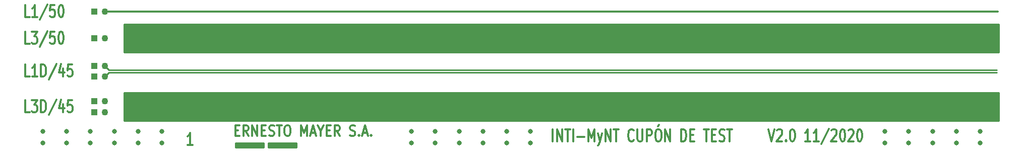
<source format=gbr>
G04 #@! TF.GenerationSoftware,KiCad,Pcbnew,(5.1.7)-1*
G04 #@! TF.CreationDate,2020-11-24T11:46:51-03:00*
G04 #@! TF.ProjectId,cupon,6375706f-6e2e-46b6-9963-61645f706362,Revision: 2.0*
G04 #@! TF.SameCoordinates,Original*
G04 #@! TF.FileFunction,Copper,L1,Top*
G04 #@! TF.FilePolarity,Positive*
%FSLAX46Y46*%
G04 Gerber Fmt 4.6, Leading zero omitted, Abs format (unit mm)*
G04 Created by KiCad (PCBNEW (5.1.7)-1) date 2020-11-24 11:46:51*
%MOMM*%
%LPD*%
G01*
G04 APERTURE LIST*
G04 #@! TA.AperFunction,NonConductor*
%ADD10C,0.300000*%
G04 #@! TD*
G04 #@! TA.AperFunction,NonConductor*
%ADD11C,0.304800*%
G04 #@! TD*
G04 #@! TA.AperFunction,ComponentPad*
%ADD12C,1.100000*%
G04 #@! TD*
G04 #@! TA.AperFunction,ComponentPad*
%ADD13R,1.100000X1.100000*%
G04 #@! TD*
G04 #@! TA.AperFunction,ViaPad*
%ADD14C,0.800000*%
G04 #@! TD*
G04 #@! TA.AperFunction,Conductor*
%ADD15C,0.300000*%
G04 #@! TD*
G04 #@! TA.AperFunction,Conductor*
%ADD16C,0.250000*%
G04 #@! TD*
G04 #@! TA.AperFunction,NonConductor*
%ADD17C,0.254000*%
G04 #@! TD*
G04 #@! TA.AperFunction,NonConductor*
%ADD18C,0.150000*%
G04 #@! TD*
G04 APERTURE END LIST*
D10*
X36607142Y4028571D02*
X37107142Y4028571D01*
X37321428Y3085714D02*
X36607142Y3085714D01*
X36607142Y4885714D01*
X37321428Y4885714D01*
X38821428Y3085714D02*
X38321428Y3942857D01*
X37964285Y3085714D02*
X37964285Y4885714D01*
X38535714Y4885714D01*
X38678571Y4800000D01*
X38750000Y4714285D01*
X38821428Y4542857D01*
X38821428Y4285714D01*
X38750000Y4114285D01*
X38678571Y4028571D01*
X38535714Y3942857D01*
X37964285Y3942857D01*
X39464285Y3085714D02*
X39464285Y4885714D01*
X40321428Y3085714D01*
X40321428Y4885714D01*
X41035714Y4028571D02*
X41535714Y4028571D01*
X41750000Y3085714D02*
X41035714Y3085714D01*
X41035714Y4885714D01*
X41750000Y4885714D01*
X42321428Y3171428D02*
X42535714Y3085714D01*
X42892857Y3085714D01*
X43035714Y3171428D01*
X43107142Y3257142D01*
X43178571Y3428571D01*
X43178571Y3600000D01*
X43107142Y3771428D01*
X43035714Y3857142D01*
X42892857Y3942857D01*
X42607142Y4028571D01*
X42464285Y4114285D01*
X42392857Y4200000D01*
X42321428Y4371428D01*
X42321428Y4542857D01*
X42392857Y4714285D01*
X42464285Y4800000D01*
X42607142Y4885714D01*
X42964285Y4885714D01*
X43178571Y4800000D01*
X43607142Y4885714D02*
X44464285Y4885714D01*
X44035714Y3085714D02*
X44035714Y4885714D01*
X45250000Y4885714D02*
X45535714Y4885714D01*
X45678571Y4800000D01*
X45821428Y4628571D01*
X45892857Y4285714D01*
X45892857Y3685714D01*
X45821428Y3342857D01*
X45678571Y3171428D01*
X45535714Y3085714D01*
X45250000Y3085714D01*
X45107142Y3171428D01*
X44964285Y3342857D01*
X44892857Y3685714D01*
X44892857Y4285714D01*
X44964285Y4628571D01*
X45107142Y4800000D01*
X45250000Y4885714D01*
X47678571Y3085714D02*
X47678571Y4885714D01*
X48178571Y3600000D01*
X48678571Y4885714D01*
X48678571Y3085714D01*
X49321428Y3600000D02*
X50035714Y3600000D01*
X49178571Y3085714D02*
X49678571Y4885714D01*
X50178571Y3085714D01*
X50964285Y3942857D02*
X50964285Y3085714D01*
X50464285Y4885714D02*
X50964285Y3942857D01*
X51464285Y4885714D01*
X51964285Y4028571D02*
X52464285Y4028571D01*
X52678571Y3085714D02*
X51964285Y3085714D01*
X51964285Y4885714D01*
X52678571Y4885714D01*
X54178571Y3085714D02*
X53678571Y3942857D01*
X53321428Y3085714D02*
X53321428Y4885714D01*
X53892857Y4885714D01*
X54035714Y4800000D01*
X54107142Y4714285D01*
X54178571Y4542857D01*
X54178571Y4285714D01*
X54107142Y4114285D01*
X54035714Y4028571D01*
X53892857Y3942857D01*
X53321428Y3942857D01*
X55892857Y3171428D02*
X56107142Y3085714D01*
X56464285Y3085714D01*
X56607142Y3171428D01*
X56678571Y3257142D01*
X56750000Y3428571D01*
X56750000Y3600000D01*
X56678571Y3771428D01*
X56607142Y3857142D01*
X56464285Y3942857D01*
X56178571Y4028571D01*
X56035714Y4114285D01*
X55964285Y4200000D01*
X55892857Y4371428D01*
X55892857Y4542857D01*
X55964285Y4714285D01*
X56035714Y4800000D01*
X56178571Y4885714D01*
X56535714Y4885714D01*
X56750000Y4800000D01*
X57392857Y3257142D02*
X57464285Y3171428D01*
X57392857Y3085714D01*
X57321428Y3171428D01*
X57392857Y3257142D01*
X57392857Y3085714D01*
X58035714Y3600000D02*
X58750000Y3600000D01*
X57892857Y3085714D02*
X58392857Y4885714D01*
X58892857Y3085714D01*
X59392857Y3257142D02*
X59464285Y3171428D01*
X59392857Y3085714D01*
X59321428Y3171428D01*
X59392857Y3257142D01*
X59392857Y3085714D01*
X126171428Y4195238D02*
X126671428Y2195238D01*
X127171428Y4195238D01*
X127600000Y4004761D02*
X127671428Y4100000D01*
X127814285Y4195238D01*
X128171428Y4195238D01*
X128314285Y4100000D01*
X128385714Y4004761D01*
X128457142Y3814285D01*
X128457142Y3623809D01*
X128385714Y3338095D01*
X127528571Y2195238D01*
X128457142Y2195238D01*
X129100000Y2385714D02*
X129171428Y2290476D01*
X129100000Y2195238D01*
X129028571Y2290476D01*
X129100000Y2385714D01*
X129100000Y2195238D01*
X130100000Y4195238D02*
X130242857Y4195238D01*
X130385714Y4100000D01*
X130457142Y4004761D01*
X130528571Y3814285D01*
X130600000Y3433333D01*
X130600000Y2957142D01*
X130528571Y2576190D01*
X130457142Y2385714D01*
X130385714Y2290476D01*
X130242857Y2195238D01*
X130100000Y2195238D01*
X129957142Y2290476D01*
X129885714Y2385714D01*
X129814285Y2576190D01*
X129742857Y2957142D01*
X129742857Y3433333D01*
X129814285Y3814285D01*
X129885714Y4004761D01*
X129957142Y4100000D01*
X130100000Y4195238D01*
X133171428Y2195238D02*
X132314285Y2195238D01*
X132742857Y2195238D02*
X132742857Y4195238D01*
X132600000Y3909523D01*
X132457142Y3719047D01*
X132314285Y3623809D01*
X134600000Y2195238D02*
X133742857Y2195238D01*
X134171428Y2195238D02*
X134171428Y4195238D01*
X134028571Y3909523D01*
X133885714Y3719047D01*
X133742857Y3623809D01*
X136314285Y4290476D02*
X135028571Y1719047D01*
X136742857Y4004761D02*
X136814285Y4100000D01*
X136957142Y4195238D01*
X137314285Y4195238D01*
X137457142Y4100000D01*
X137528571Y4004761D01*
X137600000Y3814285D01*
X137600000Y3623809D01*
X137528571Y3338095D01*
X136671428Y2195238D01*
X137600000Y2195238D01*
X138528571Y4195238D02*
X138671428Y4195238D01*
X138814285Y4100000D01*
X138885714Y4004761D01*
X138957142Y3814285D01*
X139028571Y3433333D01*
X139028571Y2957142D01*
X138957142Y2576190D01*
X138885714Y2385714D01*
X138814285Y2290476D01*
X138671428Y2195238D01*
X138528571Y2195238D01*
X138385714Y2290476D01*
X138314285Y2385714D01*
X138242857Y2576190D01*
X138171428Y2957142D01*
X138171428Y3433333D01*
X138242857Y3814285D01*
X138314285Y4004761D01*
X138385714Y4100000D01*
X138528571Y4195238D01*
X139600000Y4004761D02*
X139671428Y4100000D01*
X139814285Y4195238D01*
X140171428Y4195238D01*
X140314285Y4100000D01*
X140385714Y4004761D01*
X140457142Y3814285D01*
X140457142Y3623809D01*
X140385714Y3338095D01*
X139528571Y2195238D01*
X140457142Y2195238D01*
X141385714Y4195238D02*
X141528571Y4195238D01*
X141671428Y4100000D01*
X141742857Y4004761D01*
X141814285Y3814285D01*
X141885714Y3433333D01*
X141885714Y2957142D01*
X141814285Y2576190D01*
X141742857Y2385714D01*
X141671428Y2290476D01*
X141528571Y2195238D01*
X141385714Y2195238D01*
X141242857Y2290476D01*
X141171428Y2385714D01*
X141100000Y2576190D01*
X141028571Y2957142D01*
X141028571Y3433333D01*
X141100000Y3814285D01*
X141171428Y4004761D01*
X141242857Y4100000D01*
X141385714Y4195238D01*
X2066428Y7095238D02*
X1352142Y7095238D01*
X1352142Y9095238D01*
X2423571Y9095238D02*
X3352142Y9095238D01*
X2852142Y8333333D01*
X3066428Y8333333D01*
X3209285Y8238095D01*
X3280714Y8142857D01*
X3352142Y7952380D01*
X3352142Y7476190D01*
X3280714Y7285714D01*
X3209285Y7190476D01*
X3066428Y7095238D01*
X2637857Y7095238D01*
X2495000Y7190476D01*
X2423571Y7285714D01*
X3995000Y7095238D02*
X3995000Y9095238D01*
X4352142Y9095238D01*
X4566428Y9000000D01*
X4709285Y8809523D01*
X4780714Y8619047D01*
X4852142Y8238095D01*
X4852142Y7952380D01*
X4780714Y7571428D01*
X4709285Y7380952D01*
X4566428Y7190476D01*
X4352142Y7095238D01*
X3995000Y7095238D01*
X6566428Y9190476D02*
X5280714Y6619047D01*
X7709285Y8428571D02*
X7709285Y7095238D01*
X7352142Y9190476D02*
X6994999Y7761904D01*
X7923571Y7761904D01*
X9209285Y9095238D02*
X8495000Y9095238D01*
X8423571Y8142857D01*
X8495000Y8238095D01*
X8637857Y8333333D01*
X8995000Y8333333D01*
X9137857Y8238095D01*
X9209285Y8142857D01*
X9280714Y7952380D01*
X9280714Y7476190D01*
X9209285Y7285714D01*
X9137857Y7190476D01*
X8995000Y7095238D01*
X8637857Y7095238D01*
X8495000Y7190476D01*
X8423571Y7285714D01*
X2066428Y13095238D02*
X1352142Y13095238D01*
X1352142Y15095238D01*
X3352142Y13095238D02*
X2495000Y13095238D01*
X2923571Y13095238D02*
X2923571Y15095238D01*
X2780714Y14809523D01*
X2637857Y14619047D01*
X2495000Y14523809D01*
X3995000Y13095238D02*
X3995000Y15095238D01*
X4352142Y15095238D01*
X4566428Y15000000D01*
X4709285Y14809523D01*
X4780714Y14619047D01*
X4852142Y14238095D01*
X4852142Y13952380D01*
X4780714Y13571428D01*
X4709285Y13380952D01*
X4566428Y13190476D01*
X4352142Y13095238D01*
X3995000Y13095238D01*
X6566428Y15190476D02*
X5280714Y12619047D01*
X7709285Y14428571D02*
X7709285Y13095238D01*
X7352142Y15190476D02*
X6994999Y13761904D01*
X7923571Y13761904D01*
X9209285Y15095238D02*
X8495000Y15095238D01*
X8423571Y14142857D01*
X8495000Y14238095D01*
X8637857Y14333333D01*
X8995000Y14333333D01*
X9137857Y14238095D01*
X9209285Y14142857D01*
X9280714Y13952380D01*
X9280714Y13476190D01*
X9209285Y13285714D01*
X9137857Y13190476D01*
X8995000Y13095238D01*
X8637857Y13095238D01*
X8495000Y13190476D01*
X8423571Y13285714D01*
X2066428Y18595238D02*
X1352142Y18595238D01*
X1352142Y20595238D01*
X2423571Y20595238D02*
X3352142Y20595238D01*
X2852142Y19833333D01*
X3066428Y19833333D01*
X3209285Y19738095D01*
X3280714Y19642857D01*
X3352142Y19452380D01*
X3352142Y18976190D01*
X3280714Y18785714D01*
X3209285Y18690476D01*
X3066428Y18595238D01*
X2637857Y18595238D01*
X2495000Y18690476D01*
X2423571Y18785714D01*
X5066428Y20690476D02*
X3780714Y18119047D01*
X6280714Y20595238D02*
X5566428Y20595238D01*
X5494999Y19642857D01*
X5566428Y19738095D01*
X5709285Y19833333D01*
X6066428Y19833333D01*
X6209285Y19738095D01*
X6280714Y19642857D01*
X6352142Y19452380D01*
X6352142Y18976190D01*
X6280714Y18785714D01*
X6209285Y18690476D01*
X6066428Y18595238D01*
X5709285Y18595238D01*
X5566428Y18690476D01*
X5494999Y18785714D01*
X7280714Y20595238D02*
X7423571Y20595238D01*
X7566428Y20500000D01*
X7637857Y20404761D01*
X7709285Y20214285D01*
X7780714Y19833333D01*
X7780714Y19357142D01*
X7709285Y18976190D01*
X7637857Y18785714D01*
X7566428Y18690476D01*
X7423571Y18595238D01*
X7280714Y18595238D01*
X7137857Y18690476D01*
X7066428Y18785714D01*
X6994999Y18976190D01*
X6923571Y19357142D01*
X6923571Y19833333D01*
X6994999Y20214285D01*
X7066428Y20404761D01*
X7137857Y20500000D01*
X7280714Y20595238D01*
D11*
X2069548Y23095238D02*
X1355262Y23095238D01*
X1355262Y25095238D01*
X3355262Y23095238D02*
X2498120Y23095238D01*
X2926691Y23095238D02*
X2926691Y25095238D01*
X2783834Y24809523D01*
X2640977Y24619047D01*
X2498120Y24523809D01*
X5069548Y25190476D02*
X3783834Y22619047D01*
X6283834Y25095238D02*
X5569548Y25095238D01*
X5498119Y24142857D01*
X5569548Y24238095D01*
X5712405Y24333333D01*
X6069548Y24333333D01*
X6212405Y24238095D01*
X6283834Y24142857D01*
X6355262Y23952380D01*
X6355262Y23476190D01*
X6283834Y23285714D01*
X6212405Y23190476D01*
X6069548Y23095238D01*
X5712405Y23095238D01*
X5569548Y23190476D01*
X5498119Y23285714D01*
X7283834Y25095238D02*
X7426691Y25095238D01*
X7569548Y25000000D01*
X7640977Y24904761D01*
X7712405Y24714285D01*
X7783834Y24333333D01*
X7783834Y23857142D01*
X7712405Y23476190D01*
X7640977Y23285714D01*
X7569548Y23190476D01*
X7426691Y23095238D01*
X7283834Y23095238D01*
X7140977Y23190476D01*
X7069548Y23285714D01*
X6998119Y23476190D01*
X6926691Y23857142D01*
X6926691Y24333333D01*
X6998119Y24714285D01*
X7069548Y24904761D01*
X7140977Y25000000D01*
X7283834Y25095238D01*
D10*
X89935714Y2195238D02*
X89935714Y4195238D01*
X90650000Y2195238D02*
X90650000Y4195238D01*
X91507142Y2195238D01*
X91507142Y4195238D01*
X92007142Y4195238D02*
X92864285Y4195238D01*
X92435714Y2195238D02*
X92435714Y4195238D01*
X93364285Y2195238D02*
X93364285Y4195238D01*
X94078571Y2957142D02*
X95221428Y2957142D01*
X95935714Y2195238D02*
X95935714Y4195238D01*
X96435714Y2766666D01*
X96935714Y4195238D01*
X96935714Y2195238D01*
X97507142Y3528571D02*
X97864285Y2195238D01*
X98221428Y3528571D02*
X97864285Y2195238D01*
X97721428Y1719047D01*
X97650000Y1623809D01*
X97507142Y1528571D01*
X98792857Y2195238D02*
X98792857Y4195238D01*
X99650000Y2195238D01*
X99650000Y4195238D01*
X100150000Y4195238D02*
X101007142Y4195238D01*
X100578571Y2195238D02*
X100578571Y4195238D01*
X103507142Y2385714D02*
X103435714Y2290476D01*
X103221428Y2195238D01*
X103078571Y2195238D01*
X102864285Y2290476D01*
X102721428Y2480952D01*
X102650000Y2671428D01*
X102578571Y3052380D01*
X102578571Y3338095D01*
X102650000Y3719047D01*
X102721428Y3909523D01*
X102864285Y4100000D01*
X103078571Y4195238D01*
X103221428Y4195238D01*
X103435714Y4100000D01*
X103507142Y4004761D01*
X104150000Y4195238D02*
X104150000Y2576190D01*
X104221428Y2385714D01*
X104292857Y2290476D01*
X104435714Y2195238D01*
X104721428Y2195238D01*
X104864285Y2290476D01*
X104935714Y2385714D01*
X105007142Y2576190D01*
X105007142Y4195238D01*
X105721428Y2195238D02*
X105721428Y4195238D01*
X106292857Y4195238D01*
X106435714Y4100000D01*
X106507142Y4004761D01*
X106578571Y3814285D01*
X106578571Y3528571D01*
X106507142Y3338095D01*
X106435714Y3242857D01*
X106292857Y3147619D01*
X105721428Y3147619D01*
X107507142Y4195238D02*
X107792857Y4195238D01*
X107935714Y4100000D01*
X108078571Y3909523D01*
X108150000Y3528571D01*
X108150000Y2861904D01*
X108078571Y2480952D01*
X107935714Y2290476D01*
X107792857Y2195238D01*
X107507142Y2195238D01*
X107364285Y2290476D01*
X107221428Y2480952D01*
X107150000Y2861904D01*
X107150000Y3528571D01*
X107221428Y3909523D01*
X107364285Y4100000D01*
X107507142Y4195238D01*
X107792857Y4957142D02*
X107578571Y4671428D01*
X108792857Y2195238D02*
X108792857Y4195238D01*
X109650000Y2195238D01*
X109650000Y4195238D01*
X111507142Y2195238D02*
X111507142Y4195238D01*
X111864285Y4195238D01*
X112078571Y4100000D01*
X112221428Y3909523D01*
X112292857Y3719047D01*
X112364285Y3338095D01*
X112364285Y3052380D01*
X112292857Y2671428D01*
X112221428Y2480952D01*
X112078571Y2290476D01*
X111864285Y2195238D01*
X111507142Y2195238D01*
X113007142Y3242857D02*
X113507142Y3242857D01*
X113721428Y2195238D02*
X113007142Y2195238D01*
X113007142Y4195238D01*
X113721428Y4195238D01*
X115292857Y4195238D02*
X116150000Y4195238D01*
X115721428Y2195238D02*
X115721428Y4195238D01*
X116650000Y3242857D02*
X117150000Y3242857D01*
X117364285Y2195238D02*
X116650000Y2195238D01*
X116650000Y4195238D01*
X117364285Y4195238D01*
X117935714Y2290476D02*
X118150000Y2195238D01*
X118507142Y2195238D01*
X118650000Y2290476D01*
X118721428Y2385714D01*
X118792857Y2576190D01*
X118792857Y2766666D01*
X118721428Y2957142D01*
X118650000Y3052380D01*
X118507142Y3147619D01*
X118221428Y3242857D01*
X118078571Y3338095D01*
X118007142Y3433333D01*
X117935714Y3623809D01*
X117935714Y3814285D01*
X118007142Y4004761D01*
X118078571Y4100000D01*
X118221428Y4195238D01*
X118578571Y4195238D01*
X118792857Y4100000D01*
X119221428Y4195238D02*
X120078571Y4195238D01*
X119650000Y2195238D02*
X119650000Y4195238D01*
X29428571Y1595238D02*
X28571428Y1595238D01*
X29000000Y1595238D02*
X29000000Y3595238D01*
X28857142Y3309523D01*
X28714285Y3119047D01*
X28571428Y3023809D01*
D12*
X14700000Y7100000D03*
D13*
X12900000Y7100000D03*
X12900000Y8900000D03*
D12*
X14700000Y8900000D03*
X14700000Y13100000D03*
D13*
X12900000Y13100000D03*
X12900000Y14900000D03*
D12*
X14700000Y14900000D03*
D13*
X12900000Y24000000D03*
D12*
X14700000Y24000000D03*
X14700000Y19500000D03*
D13*
X12900000Y19500000D03*
D14*
X4300000Y3900000D03*
X4300000Y1900000D03*
X8300000Y3900000D03*
X8300000Y1900000D03*
X12300000Y3900000D03*
X12300000Y1900000D03*
X16300000Y3900000D03*
X20300000Y1900000D03*
X20300000Y3900000D03*
X16300000Y1900000D03*
X24300000Y3900000D03*
X24300000Y1900000D03*
X66200000Y3900000D03*
X66200000Y1900000D03*
X70200000Y3900000D03*
X74200000Y1900000D03*
X74200000Y3900000D03*
X70200000Y1900000D03*
X86200000Y1900000D03*
X82200000Y3900000D03*
X82200000Y1900000D03*
X78200000Y3900000D03*
X78200000Y1900000D03*
X86200000Y3900000D03*
X157700000Y1900000D03*
X145700000Y1900000D03*
X149700000Y1900000D03*
X149700000Y3900000D03*
X161700000Y1900000D03*
X161700000Y3900000D03*
X157700000Y3900000D03*
X145700000Y3900000D03*
X153700000Y3900000D03*
X153700000Y1900000D03*
D15*
X14700000Y24000000D02*
X164700000Y24000000D01*
D16*
X14700000Y14900000D02*
X15375000Y14225000D01*
X15375000Y14225000D02*
X164500000Y14225000D01*
X14700000Y13100000D02*
X15375000Y13775000D01*
X15375000Y13775000D02*
X164500000Y13775000D01*
D17*
X41373000Y1127000D02*
X36627000Y1127000D01*
X36627000Y1873000D01*
X41373000Y1873000D01*
X41373000Y1127000D01*
G04 #@! TA.AperFunction,NonConductor*
D18*
G36*
X41373000Y1127000D02*
G01*
X36627000Y1127000D01*
X36627000Y1873000D01*
X41373000Y1873000D01*
X41373000Y1127000D01*
G37*
G04 #@! TD.AperFunction*
D17*
X46873000Y1127000D02*
X42127000Y1127000D01*
X42127000Y1873000D01*
X46873000Y1873000D01*
X46873000Y1127000D01*
G04 #@! TA.AperFunction,NonConductor*
D18*
G36*
X46873000Y1127000D02*
G01*
X42127000Y1127000D01*
X42127000Y1873000D01*
X46873000Y1873000D01*
X46873000Y1127000D01*
G37*
G04 #@! TD.AperFunction*
D17*
X164873000Y17127000D02*
X17927000Y17127000D01*
X17927000Y21873000D01*
X164873000Y21873000D01*
X164873000Y17127000D01*
G04 #@! TA.AperFunction,NonConductor*
D18*
G36*
X164873000Y17127000D02*
G01*
X17927000Y17127000D01*
X17927000Y21873000D01*
X164873000Y21873000D01*
X164873000Y17127000D01*
G37*
G04 #@! TD.AperFunction*
D17*
X164873000Y5627000D02*
X17927000Y5627000D01*
X17927000Y10373000D01*
X164873000Y10373000D01*
X164873000Y5627000D01*
G04 #@! TA.AperFunction,NonConductor*
D18*
G36*
X164873000Y5627000D02*
G01*
X17927000Y5627000D01*
X17927000Y10373000D01*
X164873000Y10373000D01*
X164873000Y5627000D01*
G37*
G04 #@! TD.AperFunction*
M02*

</source>
